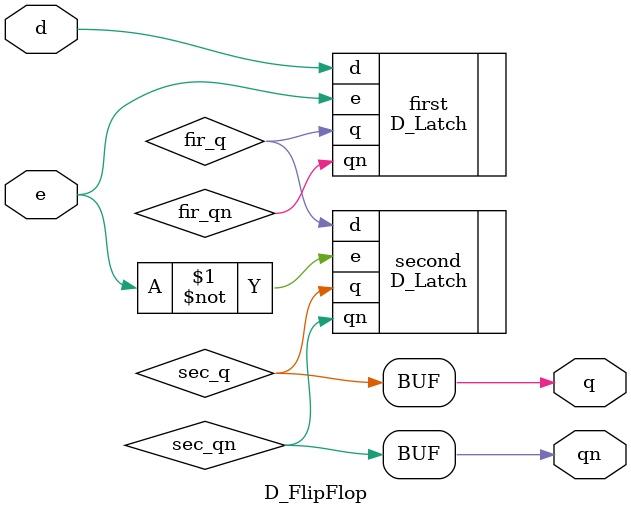
<source format=v>
module D_FlipFlop(
    d, q, qn, e);
	 
	output q;
	output qn;
	input  e;   
	input  d;
	
	
	 wire fir_q;
	 wire fir_qn;
	 
	 D_Latch first(
		.d (d),
		.q (fir_q),
		.qn (fir_qn),
		.e	 (e)
	 );
	 
	 wire sec_q;
	 wire sec_qn;
	 
	 D_Latch second(
		.d (fir_q),
		.q (sec_q),
		.qn (sec_qn),
		.e	 (~e)
	 );
	 
	 assign q = sec_q;
	 assign qn = sec_qn;
	 

endmodule

</source>
